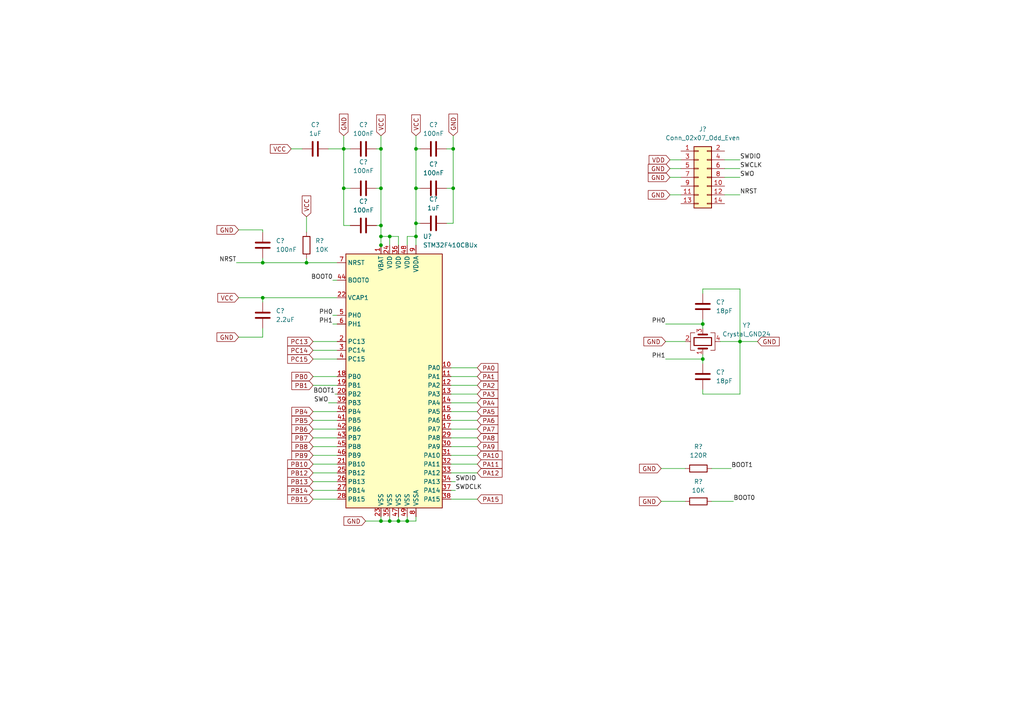
<source format=kicad_sch>
(kicad_sch (version 20211123) (generator eeschema)
  (paper "A4")
  (lib_symbols
    (symbol "Connector_Generic:Conn_02x07_Odd_Even" (pin_names (offset 1.016) hide)
      (property "Reference" "J" (at 1.27 10.16 0))
      (property "Value" "Conn_02x07_Odd_Even" (at 1.27 -10.16 0))
      (symbol "Conn_02x07_Odd_Even_1_1"
        (rectangle (start -1.27 -7.493) (end 0 -7.747) (stroke (width 0.1524)))
        (rectangle (start -1.27 -4.953) (end 0 -5.207) (stroke (width 0.1524)))
        (rectangle (start -1.27 -2.413) (end 0 -2.667) (stroke (width 0.1524)))
        (rectangle (start -1.27 0.127) (end 0 -0.127) (stroke (width 0.1524)))
        (rectangle (start -1.27 2.667) (end 0 2.413) (stroke (width 0.1524)))
        (rectangle (start -1.27 5.207) (end 0 4.953) (stroke (width 0.1524)))
        (rectangle (start -1.27 7.747) (end 0 7.493) (stroke (width 0.1524)))
        (rectangle (start -1.27 8.89) (end 3.81 -8.89) (stroke (width 0.254)) (fill (type background)))
        (rectangle (start 3.81 -7.493) (end 2.54 -7.747) (stroke (width 0.1524)))
        (rectangle (start 3.81 -4.953) (end 2.54 -5.207) (stroke (width 0.1524)))
        (rectangle (start 3.81 -2.413) (end 2.54 -2.667) (stroke (width 0.1524)))
        (rectangle (start 3.81 0.127) (end 2.54 -0.127) (stroke (width 0.1524)))
        (rectangle (start 3.81 2.667) (end 2.54 2.413) (stroke (width 0.1524)))
        (rectangle (start 3.81 5.207) (end 2.54 4.953) (stroke (width 0.1524)))
        (rectangle (start 3.81 7.747) (end 2.54 7.493) (stroke (width 0.1524)))
        (pin passive line (at -5.08 7.62 0) (length 3.81) (name "Pin_1") (number "1"))
        (pin passive line (at 7.62 -2.54 180) (length 3.81) (name "Pin_10") (number "10"))
        (pin passive line (at -5.08 -5.08 0) (length 3.81) (name "Pin_11") (number "11"))
        (pin passive line (at 7.62 -5.08 180) (length 3.81) (name "Pin_12") (number "12"))
        (pin passive line (at -5.08 -7.62 0) (length 3.81) (name "Pin_13") (number "13"))
        (pin passive line (at 7.62 -7.62 180) (length 3.81) (name "Pin_14") (number "14"))
        (pin passive line (at 7.62 7.62 180) (length 3.81) (name "Pin_2") (number "2"))
        (pin passive line (at -5.08 5.08 0) (length 3.81) (name "Pin_3") (number "3"))
        (pin passive line (at 7.62 5.08 180) (length 3.81) (name "Pin_4") (number "4"))
        (pin passive line (at -5.08 2.54 0) (length 3.81) (name "Pin_5") (number "5"))
        (pin passive line (at 7.62 2.54 180) (length 3.81) (name "Pin_6") (number "6"))
        (pin passive line (at -5.08 0 0) (length 3.81) (name "Pin_7") (number "7"))
        (pin passive line (at 7.62 0 180) (length 3.81) (name "Pin_8") (number "8"))
        (pin passive line (at -5.08 -2.54 0) (length 3.81) (name "Pin_9") (number "9"))
      )
    )
    (symbol "Device:C" (pin_numbers hide) (pin_names (offset 0.254))
      (property "Reference" "C" (at 0.635 2.54 0))
      (property "Value" "C" (at 0.635 -2.54 0))
      (symbol "C_0_1"
        (polyline (pts (xy -2.032 -0.762) (xy 2.032 -0.762)) (stroke (width 0.508)))
        (polyline (pts (xy -2.032 0.762) (xy 2.032 0.762)) (stroke (width 0.508)))
      )
      (symbol "C_1_1"
        (pin passive line (at 0 3.81 270) (length 2.794) (name "~") (number "1"))
        (pin passive line (at 0 -3.81 90) (length 2.794) (name "~") (number "2"))
      )
    )
    (symbol "Device:Crystal_GND24" (pin_names (offset 1.016) hide)
      (property "Reference" "Y" (at 3.175 5.08 0))
      (property "Value" "Crystal_GND24" (at 3.175 3.175 0))
      (symbol "Crystal_GND24_0_1"
        (rectangle (start -1.143 2.54) (end 1.143 -2.54) (stroke (width 0.3048)))
        (polyline (pts (xy -2.54 0) (xy -2.032 0)))
        (polyline (pts (xy -2.032 -1.27) (xy -2.032 1.27)) (stroke (width 0.508)))
        (polyline (pts (xy 0 -3.81) (xy 0 -3.556)))
        (polyline (pts (xy 0 3.556) (xy 0 3.81)))
        (polyline (pts (xy 2.032 -1.27) (xy 2.032 1.27)) (stroke (width 0.508)))
        (polyline (pts (xy 2.032 0) (xy 2.54 0)))
        (polyline (pts (xy -2.54 -2.286) (xy -2.54 -3.556) (xy 2.54 -3.556) (xy 2.54 -2.286)))
        (polyline (pts (xy -2.54 2.286) (xy -2.54 3.556) (xy 2.54 3.556) (xy 2.54 2.286)))
      )
      (symbol "Crystal_GND24_1_1"
        (pin passive line (at -3.81 0 0) (length 1.27) (name "1") (number "1"))
        (pin passive line (at 0 5.08 270) (length 1.27) (name "2") (number "2"))
        (pin passive line (at 3.81 0 180) (length 1.27) (name "3") (number "3"))
        (pin passive line (at 0 -5.08 90) (length 1.27) (name "4") (number "4"))
      )
    )
    (symbol "Device:R" (pin_numbers hide) (pin_names (offset 0))
      (property "Reference" "R" (at 2.032 0 90))
      (property "Value" "R" (at 0 0 90))
      (symbol "R_0_1"
        (rectangle (start -1.016 -2.54) (end 1.016 2.54) (stroke (width 0.254)))
      )
      (symbol "R_1_1"
        (pin passive line (at 0 3.81 270) (length 1.27) (name "~") (number "1"))
        (pin passive line (at 0 -3.81 90) (length 1.27) (name "~") (number "2"))
      )
    )
    (symbol "MCU_ST_STM32F4:STM32F410CBUx"
      (property "Reference" "U" (at -15.24 36.83 0))
      (property "Value" "STM32F410CBUx" (at 7.62 36.83 0))
      (symbol "STM32F410CBUx_0_1"
        (rectangle (start -15.24 -38.1) (end 12.7 35.56) (stroke (width 0.254)) (fill (type background)))
      )
      (symbol "STM32F410CBUx_1_1"
        (pin power_in line (at -5.08 38.1 270) (length 2.54) (name "VBAT") (number "1"))
        (pin bidirectional line (at 15.24 2.54 180) (length 2.54) (name "PA0") (number "10"))
        (pin bidirectional line (at 15.24 0 180) (length 2.54) (name "PA1") (number "11"))
        (pin bidirectional line (at 15.24 -2.54 180) (length 2.54) (name "PA2") (number "12"))
        (pin bidirectional line (at 15.24 -5.08 180) (length 2.54) (name "PA3") (number "13"))
        (pin bidirectional line (at 15.24 -7.62 180) (length 2.54) (name "PA4") (number "14"))
        (pin bidirectional line (at 15.24 -10.16 180) (length 2.54) (name "PA5") (number "15"))
        (pin bidirectional line (at 15.24 -12.7 180) (length 2.54) (name "PA6") (number "16"))
        (pin bidirectional line (at 15.24 -15.24 180) (length 2.54) (name "PA7") (number "17"))
        (pin bidirectional line (at -17.78 0 0) (length 2.54) (name "PB0") (number "18"))
        (pin bidirectional line (at -17.78 -2.54 0) (length 2.54) (name "PB1") (number "19"))
        (pin bidirectional line (at -17.78 10.16 0) (length 2.54) (name "PC13") (number "2"))
        (pin bidirectional line (at -17.78 -5.08 0) (length 2.54) (name "PB2") (number "20"))
        (pin bidirectional line (at -17.78 -25.4 0) (length 2.54) (name "PB10") (number "21"))
        (pin power_in line (at -17.78 22.86 0) (length 2.54) (name "VCAP1") (number "22"))
        (pin power_in line (at -5.08 -40.64 90) (length 2.54) (name "VSS") (number "23"))
        (pin power_in line (at -2.54 38.1 270) (length 2.54) (name "VDD") (number "24"))
        (pin bidirectional line (at -17.78 -27.94 0) (length 2.54) (name "PB12") (number "25"))
        (pin bidirectional line (at -17.78 -30.48 0) (length 2.54) (name "PB13") (number "26"))
        (pin bidirectional line (at -17.78 -33.02 0) (length 2.54) (name "PB14") (number "27"))
        (pin bidirectional line (at -17.78 -35.56 0) (length 2.54) (name "PB15") (number "28"))
        (pin bidirectional line (at 15.24 -17.78 180) (length 2.54) (name "PA8") (number "29"))
        (pin bidirectional line (at -17.78 7.62 0) (length 2.54) (name "PC14") (number "3"))
        (pin bidirectional line (at 15.24 -20.32 180) (length 2.54) (name "PA9") (number "30"))
        (pin bidirectional line (at 15.24 -22.86 180) (length 2.54) (name "PA10") (number "31"))
        (pin bidirectional line (at 15.24 -25.4 180) (length 2.54) (name "PA11") (number "32"))
        (pin bidirectional line (at 15.24 -27.94 180) (length 2.54) (name "PA12") (number "33"))
        (pin bidirectional line (at 15.24 -30.48 180) (length 2.54) (name "PA13") (number "34"))
        (pin power_in line (at -2.54 -40.64 90) (length 2.54) (name "VSS") (number "35"))
        (pin power_in line (at 0 38.1 270) (length 2.54) (name "VDD") (number "36"))
        (pin bidirectional line (at 15.24 -33.02 180) (length 2.54) (name "PA14") (number "37"))
        (pin bidirectional line (at 15.24 -35.56 180) (length 2.54) (name "PA15") (number "38"))
        (pin bidirectional line (at -17.78 -7.62 0) (length 2.54) (name "PB3") (number "39"))
        (pin bidirectional line (at -17.78 5.08 0) (length 2.54) (name "PC15") (number "4"))
        (pin bidirectional line (at -17.78 -10.16 0) (length 2.54) (name "PB4") (number "40"))
        (pin bidirectional line (at -17.78 -12.7 0) (length 2.54) (name "PB5") (number "41"))
        (pin bidirectional line (at -17.78 -15.24 0) (length 2.54) (name "PB6") (number "42"))
        (pin bidirectional line (at -17.78 -17.78 0) (length 2.54) (name "PB7") (number "43"))
        (pin input line (at -17.78 27.94 0) (length 2.54) (name "BOOT0") (number "44"))
        (pin bidirectional line (at -17.78 -20.32 0) (length 2.54) (name "PB8") (number "45"))
        (pin bidirectional line (at -17.78 -22.86 0) (length 2.54) (name "PB9") (number "46"))
        (pin power_in line (at 0 -40.64 90) (length 2.54) (name "VSS") (number "47"))
        (pin power_in line (at 2.54 38.1 270) (length 2.54) (name "VDD") (number "48"))
        (pin power_in line (at 2.54 -40.64 90) (length 2.54) (name "VSS") (number "49"))
        (pin input line (at -17.78 17.78 0) (length 2.54) (name "PH0") (number "5"))
        (pin input line (at -17.78 15.24 0) (length 2.54) (name "PH1") (number "6"))
        (pin input line (at -17.78 33.02 0) (length 2.54) (name "NRST") (number "7"))
        (pin power_in line (at 5.08 -40.64 90) (length 2.54) (name "VSSA") (number "8"))
        (pin power_in line (at 5.08 38.1 270) (length 2.54) (name "VDDA") (number "9"))
      )
    )
  )
  (junction (at 110.49 43.18))
  (junction (at 110.49 151.13))
  (junction (at 110.49 71.12))
  (junction (at 203.835 93.98))
  (junction (at 99.695 43.18))
  (junction (at 99.695 54.61))
  (junction (at 120.65 54.61))
  (junction (at 120.65 43.18))
  (junction (at 113.03 68.58))
  (junction (at 76.2 76.2))
  (junction (at 131.445 43.18))
  (junction (at 110.49 68.58))
  (junction (at 214.63 99.06))
  (junction (at 113.03 151.13))
  (junction (at 88.9 76.2))
  (junction (at 118.11 151.13))
  (junction (at 115.57 151.13))
  (junction (at 110.49 54.61))
  (junction (at 76.2 86.36))
  (junction (at 120.65 64.77))
  (junction (at 131.445 54.61))
  (junction (at 203.835 104.14))
  (junction (at 110.49 65.405))
  (junction (at 120.65 68.58))
  (wire (pts (xy 129.54 43.18) (xy 131.445 43.18)))
  (wire (pts (xy 138.43 124.46) (xy 130.81 124.46)))
  (wire (pts (xy 120.65 64.77) (xy 121.92 64.77)))
  (wire (pts (xy 99.695 54.61) (xy 101.6 54.61)))
  (wire (pts (xy 99.695 54.61) (xy 99.695 65.405)))
  (wire (pts (xy 90.805 139.7) (xy 97.79 139.7)))
  (wire (pts (xy 208.915 99.06) (xy 214.63 99.06)))
  (wire (pts (xy 90.805 121.92) (xy 97.79 121.92)))
  (wire (pts (xy 90.805 109.22) (xy 97.79 109.22)))
  (wire (pts (xy 120.65 68.58) (xy 120.65 64.77)))
  (wire (pts (xy 206.375 135.89) (xy 212.09 135.89)))
  (wire (pts (xy 90.805 104.14) (xy 97.79 104.14)))
  (wire (pts (xy 69.215 86.36) (xy 76.2 86.36)))
  (wire (pts (xy 113.03 68.58) (xy 110.49 68.58)))
  (wire (pts (xy 138.43 121.92) (xy 130.81 121.92)))
  (wire (pts (xy 132.08 139.7) (xy 130.81 139.7)))
  (wire (pts (xy 115.57 68.58) (xy 113.03 68.58)))
  (wire (pts (xy 99.695 43.18) (xy 99.695 54.61)))
  (wire (pts (xy 203.835 102.87) (xy 203.835 104.14)))
  (wire (pts (xy 113.03 151.13) (xy 115.57 151.13)))
  (wire (pts (xy 118.11 71.12) (xy 118.11 68.58)))
  (wire (pts (xy 138.43 127) (xy 130.81 127)))
  (wire (pts (xy 191.77 145.415) (xy 198.755 145.415)))
  (wire (pts (xy 99.695 43.18) (xy 101.6 43.18)))
  (wire (pts (xy 90.805 119.38) (xy 97.79 119.38)))
  (wire (pts (xy 90.805 124.46) (xy 97.79 124.46)))
  (wire (pts (xy 90.805 142.24) (xy 97.79 142.24)))
  (wire (pts (xy 115.57 149.86) (xy 115.57 151.13)))
  (wire (pts (xy 90.805 137.16) (xy 97.79 137.16)))
  (wire (pts (xy 113.03 149.86) (xy 113.03 151.13)))
  (wire (pts (xy 203.835 93.98) (xy 203.835 95.25)))
  (wire (pts (xy 90.805 129.54) (xy 97.79 129.54)))
  (wire (pts (xy 191.77 135.89) (xy 198.755 135.89)))
  (wire (pts (xy 97.155 114.3) (xy 97.79 114.3)))
  (wire (pts (xy 76.2 86.36) (xy 76.2 87.63)))
  (wire (pts (xy 88.9 62.865) (xy 88.9 67.31)))
  (wire (pts (xy 109.22 54.61) (xy 110.49 54.61)))
  (wire (pts (xy 96.52 81.28) (xy 97.79 81.28)))
  (wire (pts (xy 214.63 56.515) (xy 210.185 56.515)))
  (wire (pts (xy 90.805 111.76) (xy 97.79 111.76)))
  (wire (pts (xy 214.63 99.06) (xy 219.71 99.06)))
  (wire (pts (xy 90.805 99.06) (xy 97.79 99.06)))
  (wire (pts (xy 194.31 46.355) (xy 197.485 46.355)))
  (wire (pts (xy 131.445 43.18) (xy 131.445 54.61)))
  (wire (pts (xy 118.11 151.13) (xy 120.65 151.13)))
  (wire (pts (xy 138.43 109.22) (xy 130.81 109.22)))
  (wire (pts (xy 203.835 104.14) (xy 203.835 105.41)))
  (wire (pts (xy 214.63 46.355) (xy 210.185 46.355)))
  (wire (pts (xy 110.49 54.61) (xy 110.49 43.18)))
  (wire (pts (xy 95.25 43.18) (xy 99.695 43.18)))
  (wire (pts (xy 120.65 43.18) (xy 120.65 54.61)))
  (wire (pts (xy 76.2 74.93) (xy 76.2 76.2)))
  (wire (pts (xy 110.49 68.58) (xy 110.49 65.405)))
  (wire (pts (xy 69.215 97.79) (xy 76.2 97.79)))
  (wire (pts (xy 90.805 132.08) (xy 97.79 132.08)))
  (wire (pts (xy 194.31 51.435) (xy 197.485 51.435)))
  (wire (pts (xy 110.49 65.405) (xy 110.49 54.61)))
  (wire (pts (xy 118.11 68.58) (xy 120.65 68.58)))
  (wire (pts (xy 138.43 137.16) (xy 130.81 137.16)))
  (wire (pts (xy 138.43 129.54) (xy 130.81 129.54)))
  (wire (pts (xy 203.835 92.71) (xy 203.835 93.98)))
  (wire (pts (xy 138.43 116.84) (xy 130.81 116.84)))
  (wire (pts (xy 110.49 149.86) (xy 110.49 151.13)))
  (wire (pts (xy 131.445 39.37) (xy 131.445 43.18)))
  (wire (pts (xy 88.9 76.2) (xy 97.79 76.2)))
  (wire (pts (xy 214.63 99.06) (xy 214.63 114.3)))
  (wire (pts (xy 138.43 111.76) (xy 130.81 111.76)))
  (wire (pts (xy 193.04 99.06) (xy 198.755 99.06)))
  (wire (pts (xy 206.375 145.415) (xy 212.725 145.415)))
  (wire (pts (xy 193.04 104.14) (xy 203.835 104.14)))
  (wire (pts (xy 203.835 113.03) (xy 203.835 114.3)))
  (wire (pts (xy 106.045 151.13) (xy 110.49 151.13)))
  (wire (pts (xy 120.65 149.86) (xy 120.65 151.13)))
  (wire (pts (xy 113.03 71.12) (xy 113.03 68.58)))
  (wire (pts (xy 203.835 85.09) (xy 203.835 83.82)))
  (wire (pts (xy 84.455 43.18) (xy 87.63 43.18)))
  (wire (pts (xy 203.835 114.3) (xy 214.63 114.3)))
  (wire (pts (xy 115.57 151.13) (xy 118.11 151.13)))
  (wire (pts (xy 138.43 114.3) (xy 130.81 114.3)))
  (wire (pts (xy 76.2 66.675) (xy 69.215 66.675)))
  (wire (pts (xy 110.49 151.13) (xy 113.03 151.13)))
  (wire (pts (xy 76.2 95.25) (xy 76.2 97.79)))
  (wire (pts (xy 203.835 83.82) (xy 214.63 83.82)))
  (wire (pts (xy 76.2 76.2) (xy 88.9 76.2)))
  (wire (pts (xy 99.695 39.37) (xy 99.695 43.18)))
  (wire (pts (xy 194.31 56.515) (xy 197.485 56.515)))
  (wire (pts (xy 115.57 71.12) (xy 115.57 68.58)))
  (wire (pts (xy 110.49 43.18) (xy 110.49 39.37)))
  (wire (pts (xy 90.805 144.78) (xy 97.79 144.78)))
  (wire (pts (xy 138.43 144.78) (xy 130.81 144.78)))
  (wire (pts (xy 120.65 54.61) (xy 121.92 54.61)))
  (wire (pts (xy 90.805 127) (xy 97.79 127)))
  (wire (pts (xy 90.805 101.6) (xy 97.79 101.6)))
  (wire (pts (xy 193.04 93.98) (xy 203.835 93.98)))
  (wire (pts (xy 76.2 67.31) (xy 76.2 66.675)))
  (wire (pts (xy 120.65 71.12) (xy 120.65 68.58)))
  (wire (pts (xy 90.805 134.62) (xy 97.79 134.62)))
  (wire (pts (xy 88.9 74.93) (xy 88.9 76.2)))
  (wire (pts (xy 214.63 48.895) (xy 210.185 48.895)))
  (wire (pts (xy 96.52 91.44) (xy 97.79 91.44)))
  (wire (pts (xy 68.58 76.2) (xy 76.2 76.2)))
  (wire (pts (xy 138.43 119.38) (xy 130.81 119.38)))
  (wire (pts (xy 95.25 116.84) (xy 97.79 116.84)))
  (wire (pts (xy 138.43 132.08) (xy 130.81 132.08)))
  (wire (pts (xy 118.11 149.86) (xy 118.11 151.13)))
  (wire (pts (xy 109.22 65.405) (xy 110.49 65.405)))
  (wire (pts (xy 131.445 54.61) (xy 131.445 64.77)))
  (wire (pts (xy 110.49 71.755) (xy 110.49 71.12)))
  (wire (pts (xy 120.65 64.77) (xy 120.65 54.61)))
  (wire (pts (xy 97.79 86.36) (xy 76.2 86.36)))
  (wire (pts (xy 214.63 83.82) (xy 214.63 99.06)))
  (wire (pts (xy 138.43 134.62) (xy 130.81 134.62)))
  (wire (pts (xy 129.54 54.61) (xy 131.445 54.61)))
  (wire (pts (xy 120.65 43.18) (xy 121.92 43.18)))
  (wire (pts (xy 129.54 64.77) (xy 131.445 64.77)))
  (wire (pts (xy 101.6 65.405) (xy 99.695 65.405)))
  (wire (pts (xy 138.43 106.68) (xy 130.81 106.68)))
  (wire (pts (xy 110.49 43.18) (xy 109.22 43.18)))
  (wire (pts (xy 194.31 48.895) (xy 197.485 48.895)))
  (wire (pts (xy 120.65 39.37) (xy 120.65 43.18)))
  (wire (pts (xy 96.52 93.98) (xy 97.79 93.98)))
  (wire (pts (xy 132.08 142.24) (xy 130.81 142.24)))
  (wire (pts (xy 214.63 51.435) (xy 210.185 51.435)))
  (wire (pts (xy 110.49 71.12) (xy 110.49 68.58)))
  (label "SWCLK" (at 214.63 48.895 0))
  (label "NRST" (at 214.63 56.515 0))
  (label "PH1" (at 193.04 104.14 180))
  (label "PH0" (at 96.52 91.44 180))
  (label "SWDCLK" (at 132.08 142.24 0))
  (label "SWDIO" (at 132.08 139.7 0))
  (label "BOOT0" (at 212.725 145.415 0))
  (label "BOOT0" (at 96.52 81.28 180))
  (label "PH1" (at 96.52 93.98 180))
  (label "PH0" (at 193.04 93.98 180))
  (label "SWDIO" (at 214.63 46.355 0))
  (label "NRST" (at 68.58 76.2 180))
  (label "SWO" (at 95.25 116.84 180))
  (label "BOOT1" (at 212.09 135.89 0))
  (label "SWO" (at 214.63 51.435 0))
  (label "BOOT1" (at 97.155 114.3 180))
  (global_label "GND" (shape input) (at 106.045 151.13 180) (property "Intersheet References" "${INTERSHEET_REFS}" (effects hide)))
  (global_label "PB8" (shape input) (at 90.805 129.54 180) (property "Intersheet References" "${INTERSHEET_REFS}" (effects hide)))
  (global_label "GND" (shape input) (at 219.71 99.06 0) (property "Intersheet References" "${INTERSHEET_REFS}" (effects hide)))
  (global_label "GND" (shape input) (at 194.31 56.515 180) (property "Intersheet References" "${INTERSHEET_REFS}" (effects hide)))
  (global_label "PB15" (shape input) (at 90.805 144.78 180) (property "Intersheet References" "${INTERSHEET_REFS}" (effects hide)))
  (global_label "PB12" (shape input) (at 90.805 137.16 180) (property "Intersheet References" "${INTERSHEET_REFS}" (effects hide)))
  (global_label "PB5" (shape input) (at 90.805 121.92 180) (property "Intersheet References" "${INTERSHEET_REFS}" (effects hide)))
  (global_label "GND" (shape input) (at 193.04 99.06 180) (property "Intersheet References" "${INTERSHEET_REFS}" (effects hide)))
  (global_label "GND" (shape input) (at 99.695 39.37 90) (property "Intersheet References" "${INTERSHEET_REFS}" (effects hide)))
  (global_label "VCC" (shape input) (at 120.65 39.37 90) (property "Intersheet References" "${INTERSHEET_REFS}" (effects hide)))
  (global_label "GND" (shape input) (at 131.445 39.37 90) (property "Intersheet References" "${INTERSHEET_REFS}" (effects hide)))
  (global_label "PC13" (shape input) (at 90.805 99.06 180) (property "Intersheet References" "${INTERSHEET_REFS}" (effects hide)))
  (global_label "PA9" (shape input) (at 138.43 129.54 0) (property "Intersheet References" "${INTERSHEET_REFS}" (effects hide)))
  (global_label "PA7" (shape input) (at 138.43 124.46 0) (property "Intersheet References" "${INTERSHEET_REFS}" (effects hide)))
  (global_label "GND" (shape input) (at 69.215 97.79 180) (property "Intersheet References" "${INTERSHEET_REFS}" (effects hide)))
  (global_label "PA0" (shape input) (at 138.43 106.68 0) (property "Intersheet References" "${INTERSHEET_REFS}" (effects hide)))
  (global_label "PB9" (shape input) (at 90.805 132.08 180) (property "Intersheet References" "${INTERSHEET_REFS}" (effects hide)))
  (global_label "PB7" (shape input) (at 90.805 127 180) (property "Intersheet References" "${INTERSHEET_REFS}" (effects hide)))
  (global_label "PA12" (shape input) (at 138.43 137.16 0) (property "Intersheet References" "${INTERSHEET_REFS}" (effects hide)))
  (global_label "PA8" (shape input) (at 138.43 127 0) (property "Intersheet References" "${INTERSHEET_REFS}" (effects hide)))
  (global_label "GND" (shape input) (at 194.31 51.435 180) (property "Intersheet References" "${INTERSHEET_REFS}" (effects hide)))
  (global_label "VCC" (shape input) (at 110.49 39.37 90) (property "Intersheet References" "${INTERSHEET_REFS}" (effects hide)))
  (global_label "VCC" (shape input) (at 69.215 86.36 180) (property "Intersheet References" "${INTERSHEET_REFS}" (effects hide)))
  (global_label "PA6" (shape input) (at 138.43 121.92 0) (property "Intersheet References" "${INTERSHEET_REFS}" (effects hide)))
  (global_label "PA15" (shape input) (at 138.43 144.78 0) (property "Intersheet References" "${INTERSHEET_REFS}" (effects hide)))
  (global_label "GND" (shape input) (at 191.77 145.415 180) (property "Intersheet References" "${INTERSHEET_REFS}" (effects hide)))
  (global_label "PC15" (shape input) (at 90.805 104.14 180) (property "Intersheet References" "${INTERSHEET_REFS}" (effects hide)))
  (global_label "PB4" (shape input) (at 90.805 119.38 180) (property "Intersheet References" "${INTERSHEET_REFS}" (effects hide)))
  (global_label "PB6" (shape input) (at 90.805 124.46 180) (property "Intersheet References" "${INTERSHEET_REFS}" (effects hide)))
  (global_label "PA4" (shape input) (at 138.43 116.84 0) (property "Intersheet References" "${INTERSHEET_REFS}" (effects hide)))
  (global_label "PA3" (shape input) (at 138.43 114.3 0) (property "Intersheet References" "${INTERSHEET_REFS}" (effects hide)))
  (global_label "PB14" (shape input) (at 90.805 142.24 180) (property "Intersheet References" "${INTERSHEET_REFS}" (effects hide)))
  (global_label "GND" (shape input) (at 194.31 48.895 180) (property "Intersheet References" "${INTERSHEET_REFS}" (effects hide)))
  (global_label "PA11" (shape input) (at 138.43 134.62 0) (property "Intersheet References" "${INTERSHEET_REFS}" (effects hide)))
  (global_label "PA1" (shape input) (at 138.43 109.22 0) (property "Intersheet References" "${INTERSHEET_REFS}" (effects hide)))
  (global_label "PB10" (shape input) (at 90.805 134.62 180) (property "Intersheet References" "${INTERSHEET_REFS}" (effects hide)))
  (global_label "VCC" (shape input) (at 84.455 43.18 180) (property "Intersheet References" "${INTERSHEET_REFS}" (effects hide)))
  (global_label "GND" (shape input) (at 191.77 135.89 180) (property "Intersheet References" "${INTERSHEET_REFS}" (effects hide)))
  (global_label "VCC" (shape input) (at 88.9 62.865 90) (property "Intersheet References" "${INTERSHEET_REFS}" (effects hide)))
  (global_label "PB0" (shape input) (at 90.805 109.22 180) (property "Intersheet References" "${INTERSHEET_REFS}" (effects hide)))
  (global_label "PC14" (shape input) (at 90.805 101.6 180) (property "Intersheet References" "${INTERSHEET_REFS}" (effects hide)))
  (global_label "PA5" (shape input) (at 138.43 119.38 0) (property "Intersheet References" "${INTERSHEET_REFS}" (effects hide)))
  (global_label "VDD" (shape input) (at 194.31 46.355 180) (property "Intersheet References" "${INTERSHEET_REFS}" (effects hide)))
  (global_label "GND" (shape input) (at 69.215 66.675 180) (property "Intersheet References" "${INTERSHEET_REFS}" (effects hide)))
  (global_label "PB1" (shape input) (at 90.805 111.76 180) (property "Intersheet References" "${INTERSHEET_REFS}" (effects hide)))
  (global_label "PA2" (shape input) (at 138.43 111.76 0) (property "Intersheet References" "${INTERSHEET_REFS}" (effects hide)))
  (global_label "PB13" (shape input) (at 90.805 139.7 180) (property "Intersheet References" "${INTERSHEET_REFS}" (effects hide)))
  (global_label "PA10" (shape input) (at 138.43 132.08 0) (property "Intersheet References" "${INTERSHEET_REFS}" (effects hide)))
  (symbol (lib_id "Device:R") (at 202.565 145.415 90) (unit 1)
    (property "Reference" "R?" (at 202.565 139.7 90))
    (property "Value" "10K" (at 202.565 142.24 90))
    (property "Footprint" "120R" (effects hide))
  )
  (symbol (lib_id "Device:C") (at 76.2 91.44 0) (unit 1)
    (property "Reference" "C?" (at 80.01 90.1699 0) (effects (justify left)))
    (property "Value" "2.2uF" (at 80.01 92.7099 0) (effects (justify left)))
  )
  (symbol (lib_id "Device:C") (at 76.2 71.12 0) (unit 1)
    (property "Reference" "C?" (at 80.01 69.8499 0) (effects (justify left)))
    (property "Value" "100nF" (at 80.01 72.3899 0) (effects (justify left)))
  )
  (symbol (lib_id "MCU_ST_STM32F4:STM32F410CBUx") (at 115.57 109.22 0) (unit 1)
    (property "Reference" "U?" (at 122.6694 68.58 0) (effects (justify left)))
    (property "Value" "STM32F410CBUx" (at 122.6694 71.12 0) (effects (justify left)))
    (property "Footprint" "Package_DFN_QFN:QFN-48-1EP_7x7mm_P0.5mm_EP5.6x5.6mm" (effects hide))
    (property "Datasheet" "http://www.st.com/st-web-ui/static/active/en/resource/technical/document/datasheet/DM00214043.pdf" (effects hide))
  )
  (symbol (lib_id "Device:C") (at 105.41 54.61 90) (unit 1)
    (property "Reference" "C?" (at 105.41 46.99 90))
    (property "Value" "100nF" (at 105.41 49.53 90))
  )
  (symbol (lib_id "Device:C") (at 125.73 43.18 270) (unit 1)
    (property "Reference" "C?" (at 125.73 36.195 90))
    (property "Value" "100nF" (at 125.73 38.735 90))
  )
  (symbol (lib_id "Device:C") (at 125.73 64.77 270) (unit 1)
    (property "Reference" "C?" (at 125.73 57.785 90))
    (property "Value" "1uF" (at 125.73 60.325 90))
  )
  (symbol (lib_id "Device:C") (at 105.41 65.405 270) (unit 1)
    (property "Reference" "C?" (at 105.41 58.42 90))
    (property "Value" "100nF" (at 105.41 60.96 90))
  )
  (symbol (lib_id "Device:C") (at 105.41 43.18 270) (unit 1)
    (property "Reference" "C?" (at 105.41 36.195 90))
    (property "Value" "100nF" (at 105.41 38.735 90))
  )
  (symbol (lib_id "Device:C") (at 203.835 88.9 180) (unit 1)
    (property "Reference" "C?" (at 207.645 87.6299 0) (effects (justify right)))
    (property "Value" "18pF" (at 207.645 90.1699 0) (effects (justify right)))
    (property "Footprint" "18pF" (effects hide))
  )
  (symbol (lib_id "Device:C") (at 203.835 109.22 180) (unit 1)
    (property "Reference" "C?" (at 207.645 107.9499 0) (effects (justify right)))
    (property "Value" "18pF" (at 207.645 110.4899 0) (effects (justify right)))
  )
  (symbol (lib_id "Device:Crystal_GND24") (at 203.835 99.06 90) (unit 1)
    (property "Reference" "Y?" (at 216.535 94.361 90))
    (property "Value" "Crystal_GND24" (at 216.535 96.901 90))
  )
  (symbol (lib_id "Device:R") (at 88.9 71.12 0) (unit 1)
    (property "Reference" "R?" (at 91.44 69.8499 0) (effects (justify left)))
    (property "Value" "10K" (at 91.44 72.3899 0) (effects (justify left)))
  )
  (symbol (lib_id "Device:C") (at 91.44 43.18 270) (unit 1)
    (property "Reference" "C?" (at 91.44 36.195 90))
    (property "Value" "1uF" (at 91.44 38.735 90))
  )
  (symbol (lib_id "Device:R") (at 202.565 135.89 90) (unit 1)
    (property "Reference" "R?" (at 202.565 129.54 90))
    (property "Value" "120R" (at 202.565 132.08 90))
    (property "Footprint" "120R" (effects hide))
  )
  (symbol (lib_id "Device:C") (at 125.73 54.61 270) (unit 1)
    (property "Reference" "C?" (at 125.73 47.625 90))
    (property "Value" "100nF" (at 125.73 50.165 90))
  )
  (symbol (lib_id "Connector_Generic:Conn_02x07_Odd_Even") (at 202.565 51.435 0) (unit 1)
    (property "Reference" "J?" (at 203.835 37.465 0))
    (property "Value" "Conn_02x07_Odd_Even" (at 203.835 40.005 0))
  )
)
</source>
